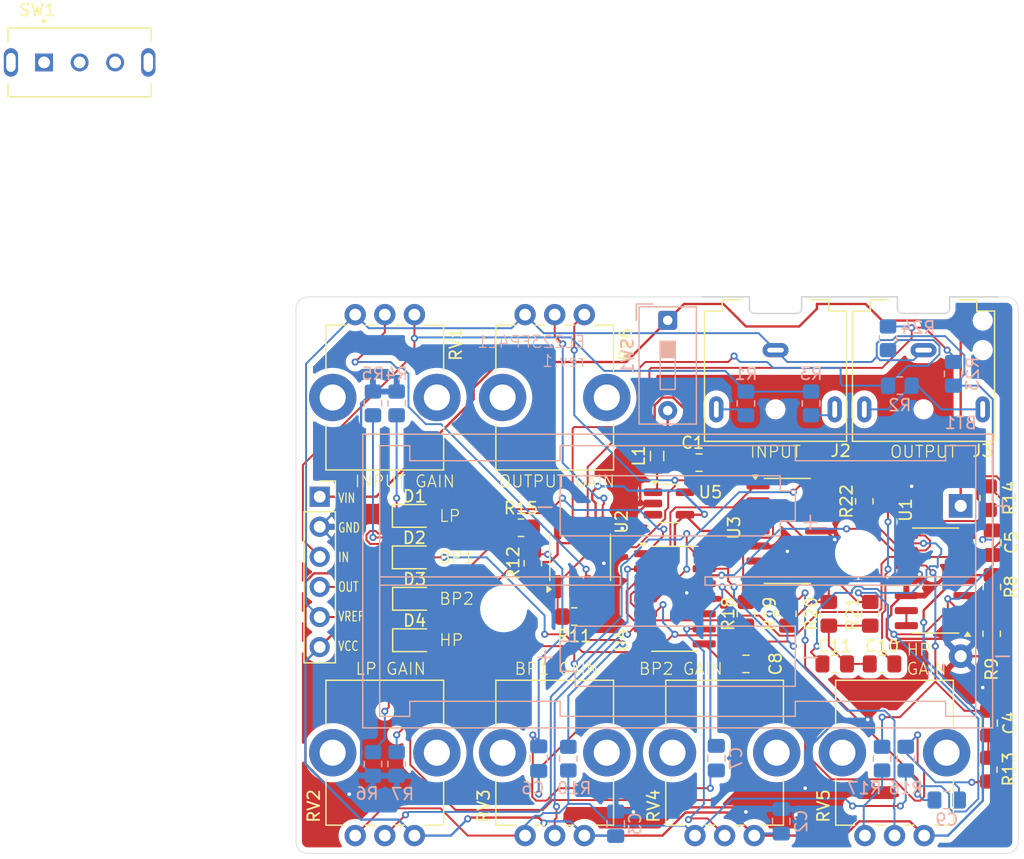
<source format=kicad_pcb>
(kicad_pcb
	(version 20241229)
	(generator "pcbnew")
	(generator_version "9.0")
	(general
		(thickness 1.6)
		(legacy_teardrops no)
	)
	(paper "A4")
	(layers
		(0 "F.Cu" signal)
		(2 "B.Cu" signal)
		(9 "F.Adhes" user "F.Adhesive")
		(11 "B.Adhes" user "B.Adhesive")
		(13 "F.Paste" user)
		(15 "B.Paste" user)
		(5 "F.SilkS" user "F.Silkscreen")
		(7 "B.SilkS" user "B.Silkscreen")
		(1 "F.Mask" user)
		(3 "B.Mask" user)
		(17 "Dwgs.User" user "User.Drawings")
		(19 "Cmts.User" user "User.Comments")
		(21 "Eco1.User" user "User.Eco1")
		(23 "Eco2.User" user "User.Eco2")
		(25 "Edge.Cuts" user)
		(27 "Margin" user)
		(31 "F.CrtYd" user "F.Courtyard")
		(29 "B.CrtYd" user "B.Courtyard")
		(35 "F.Fab" user)
		(33 "B.Fab" user)
		(39 "User.1" user)
		(41 "User.2" user)
		(43 "User.3" user)
		(45 "User.4" user)
	)
	(setup
		(stackup
			(layer "F.SilkS"
				(type "Top Silk Screen")
			)
			(layer "F.Paste"
				(type "Top Solder Paste")
			)
			(layer "F.Mask"
				(type "Top Solder Mask")
				(thickness 0.01)
			)
			(layer "F.Cu"
				(type "copper")
				(thickness 0.035)
			)
			(layer "dielectric 1"
				(type "core")
				(thickness 1.51)
				(material "FR4")
				(epsilon_r 4.5)
				(loss_tangent 0.02)
			)
			(layer "B.Cu"
				(type "copper")
				(thickness 0.035)
			)
			(layer "B.Mask"
				(type "Bottom Solder Mask")
				(thickness 0.01)
			)
			(layer "B.Paste"
				(type "Bottom Solder Paste")
			)
			(layer "B.SilkS"
				(type "Bottom Silk Screen")
			)
			(copper_finish "None")
			(dielectric_constraints no)
		)
		(pad_to_mask_clearance 0)
		(allow_soldermask_bridges_in_footprints no)
		(tenting front back)
		(aux_axis_origin 25 23.5)
		(pcbplotparams
			(layerselection 0x00000000_00000000_55555555_5755f5ff)
			(plot_on_all_layers_selection 0x00000000_00000000_00000000_00000000)
			(disableapertmacros no)
			(usegerberextensions no)
			(usegerberattributes yes)
			(usegerberadvancedattributes yes)
			(creategerberjobfile yes)
			(dashed_line_dash_ratio 12.000000)
			(dashed_line_gap_ratio 3.000000)
			(svgprecision 4)
			(plotframeref no)
			(mode 1)
			(useauxorigin no)
			(hpglpennumber 1)
			(hpglpenspeed 20)
			(hpglpendiameter 15.000000)
			(pdf_front_fp_property_popups yes)
			(pdf_back_fp_property_popups yes)
			(pdf_metadata yes)
			(pdf_single_document no)
			(dxfpolygonmode yes)
			(dxfimperialunits yes)
			(dxfusepcbnewfont yes)
			(psnegative no)
			(psa4output no)
			(plot_black_and_white yes)
			(sketchpadsonfab no)
			(plotpadnumbers no)
			(hidednponfab no)
			(sketchdnponfab yes)
			(crossoutdnponfab yes)
			(subtractmaskfromsilk no)
			(outputformat 1)
			(mirror no)
			(drillshape 0)
			(scaleselection 1)
			(outputdirectory "prod/")
		)
	)
	(net 0 "")
	(net 1 "GND")
	(net 2 "Net-(U1B-+)")
	(net 3 "VREF")
	(net 4 "Net-(U3A--)")
	(net 5 "Net-(U3C--)")
	(net 6 "/FILTERS/OBP1")
	(net 7 "/RAIL_GEN/VIN+")
	(net 8 "VCC")
	(net 9 "/FILTERS/IBP1")
	(net 10 "Net-(U1C-+)")
	(net 11 "/FILTERS/OBP2")
	(net 12 "Net-(C10-Pad1)")
	(net 13 "Net-(U3D--)")
	(net 14 "/LED_GAIN/OUTA")
	(net 15 "Net-(D1-K)")
	(net 16 "/LED_GAIN/OUTB")
	(net 17 "Net-(D2-K)")
	(net 18 "/LED_GAIN/OUTC")
	(net 19 "Net-(D3-K)")
	(net 20 "Net-(D4-K)")
	(net 21 "/LED_GAIN/OUTD")
	(net 22 "OUT")
	(net 23 "IN")
	(net 24 "Net-(J2-PadR)")
	(net 25 "Net-(J2-PadT)")
	(net 26 "Net-(J3-PadR)")
	(net 27 "Net-(U5-SW)")
	(net 28 "Net-(U1A-+)")
	(net 29 "/LED_GAIN/AREF")
	(net 30 "/LED_GAIN/BREF")
	(net 31 "/LED_GAIN/CREF")
	(net 32 "/LED_GAIN/DREF")
	(net 33 "Net-(U1D--)")
	(net 34 "/FILTERS/OHP")
	(net 35 "/FILTERS/OLP")
	(net 36 "Net-(U3B--)")
	(net 37 "unconnected-(U5-NC-Pad3)")
	(net 38 "unconnected-(U5-NC-Pad5)")
	(net 39 "Net-(C6-Pad1)")
	(net 40 "Net-(C8-Pad1)")
	(net 41 "Net-(C8-Pad2)")
	(net 42 "Net-(U2A--)")
	(net 43 "Net-(U2B--)")
	(net 44 "Net-(U2A-+)")
	(net 45 "Net-(U2B-+)")
	(net 46 "/VIN")
	(footprint "Connector_Audio:Jack_3.5mm_CUI_SJ1-3523N_Horizontal" (layer "F.Cu") (at 65.5 28 180))
	(footprint "LED_SMD:LED_0805_2012Metric_Pad1.15x1.40mm_HandSolder" (layer "F.Cu") (at 35.025 52.5))
	(footprint "Connector_PinSocket_2.54mm:PinSocket_1x06_P2.54mm_Vertical" (layer "F.Cu") (at 27 40.38))
	(footprint "LED_SMD:LED_0805_2012Metric_Pad1.15x1.40mm_HandSolder" (layer "F.Cu") (at 35 45.5))
	(footprint "Capacitor_SMD:C_0805_2012Metric_Pad1.18x1.45mm_HandSolder" (layer "F.Cu") (at 63 54.5 180))
	(footprint "Inductor_SMD:L_0805_2012Metric" (layer "F.Cu") (at 55.5 36.9375 90))
	(footprint "Package_SO:SOIC-14_3.9x8.7mm_P1.27mm" (layer "F.Cu") (at 57 49))
	(footprint "Package_TO_SOT_SMD:SOT-23-5_HandSoldering" (layer "F.Cu") (at 56.5 40.95))
	(footprint "Capacitor_SMD:C_0805_2012Metric_Pad1.18x1.45mm_HandSolder" (layer "F.Cu") (at 70.5 54.5 180))
	(footprint "LED_SMD:LED_0805_2012Metric_Pad1.15x1.40mm_HandSolder" (layer "F.Cu") (at 35 42))
	(footprint "Resistor_SMD:R_0805_2012Metric_Pad1.20x1.40mm_HandSolder" (layer "F.Cu") (at 48.5 50.5 180))
	(footprint "Connector_Audio:Jack_3.5mm_CUI_SJ1-3523N_Horizontal" (layer "F.Cu") (at 78 28 180))
	(footprint "Resistor_SMD:R_0805_2012Metric_Pad1.20x1.40mm_HandSolder" (layer "F.Cu") (at 83.5 40.5 90))
	(footprint "Capacitor_SMD:C_0805_2012Metric_Pad1.18x1.45mm_HandSolder" (layer "F.Cu") (at 83.5 59.5 90))
	(footprint "Resistor_SMD:R_0805_2012Metric_Pad1.20x1.40mm_HandSolder" (layer "F.Cu") (at 45 46 90))
	(footprint "Package_SO:SOIC-14_3.9x8.7mm_P1.27mm" (layer "F.Cu") (at 79.025 47.46 180))
	(footprint "Capacitor_SMD:C_0805_2012Metric_Pad1.18x1.45mm_HandSolder" (layer "F.Cu") (at 83.808728 44.265881 -90))
	(footprint "Custom:Potentiometer_Bourns_PTV09A-1_Single_Vertical" (layer "F.Cu") (at 44.35 25 -90))
	(footprint "Capacitor_SMD:C_0805_2012Metric_Pad1.18x1.45mm_HandSolder" (layer "F.Cu") (at 59.0375 37.5))
	(footprint "Resistor_SMD:R_0805_2012Metric_Pad1.20x1.40mm_HandSolder" (layer "F.Cu") (at 73 40.77 90))
	(footprint "Custom:Potentiometer_Bourns_PTV09A-1_Single_Vertical" (layer "F.Cu") (at 35 69 90))
	(footprint "Custom:Potentiometer_Bourns_PTV09A-1_Single_Vertical" (layer "F.Cu") (at 78.05 69 90))
	(footprint "Resistor_SMD:R_0805_2012Metric_Pad1.20x1.40mm_HandSolder" (layer "F.Cu") (at 70 50.27 -90))
	(footprint "Resistor_SMD:R_0805_2012Metric_Pad1.20x1.40mm_HandSolder" (layer "F.Cu") (at 66.5 50.27 -90))
	(footprint "Package_SO:SOIC-14_3.9x8.7mm_P1.27mm" (layer "F.Cu") (at 66.5 43.27))
	(footprint "Resistor_SMD:R_0805_2012Metric_Pad1.20x1.40mm_HandSolder" (layer "F.Cu") (at 83.756554 51.949585 -90))
	(footprint "Custom:SW_SLW-121586-5A-D" (layer "F.Cu") (at 6.725 3.7))
	(footprint "Custom:Potentiometer_Bourns_PTV09A-1_Single_Vertical" (layer "F.Cu") (at 63.7 69 90))
	(footprint "Resistor_SMD:R_0805_2012Metric_Pad1.20x1.40mm_HandSolder" (layer "F.Cu") (at 44 43))
	(footprint "Capacitor_SMD:C_0805_2012Metric_Pad1.18x1.45mm_HandSolder" (layer "F.Cu") (at 74.5 54.5))
	(footprint "Resistor_SMD:R_0805_2012Metric_Pad1.20x1.40mm_HandSolder" (layer "F.Cu") (at 63 50.27 -90))
	(footprint "Custom:Potentiometer_Bourns_PTV09A-1_Single_Vertical" (layer "F.Cu") (at 30 25 -90))
	(footprint "LED_SMD:LED_0805_2012Metric_Pad1.15x1.40mm_HandSolder" (layer "F.Cu") (at 35.025 49))
	(footprint "Custom:Potentiometer_Bourns_PTV09A-1_Single_Vertical" (layer "F.Cu") (at 49.35 69 90))
	(footprint "Resistor_SMD:R_0805_2012Metric_Pad1.20x1.40mm_HandSolder"
		(layer "F.Cu")
		(uuid "e9cf94f5-da73-4d5f-8d18-5865e4f5191d")
		(at 73.5 50.27 -90)
		(descr "Resistor SMD 0805 (2012 Metric), square (rectangular) end terminal, IPC_7351 nominal with elongated pad for handsoldering. (Body size source: IPC-SM-782 page 72, https://www.pcb-3d.com/wordpress/wp-content/uploads/ipc-sm-782a_amendment_1_and_2.pdf), generated with kicad-footprint-generator")
		(tags "resistor handsolder")
		(property "Reference" "R21"
			(at 0 1.5 90)
			(layer "F.SilkS")
			(uuid "27586b6e-39eb-445c-9bd3-9428908e0fa8")
			(effects
				(font
					(size 1 1)
					(thickness 0.15)
				)
			)
		)
		(property "Value" "20k"
			(at 0 1.65 90)
			(layer "F.Fab")
			(uuid "a154e107-bbac-47a0-9794-87b26f4f6422")
			(effects
				(font
					(size 1 1)
					(thickness 0.15)
				)
			)
		)
		(property "Datasheet" ""
			(at 0 0 270)
			(unlocked yes)
			(layer "F.Fab")
			(hide yes)
			(uuid "6b5bae25-1d57-4f25-ac77-5cd6c3d1e426")
			(effects
				(font
					(size 1.27 1.27)
					(thickness 0.15)
				)
			)
		)
		(property "Description" "Resistor, US symbol"
			(at 0 0 270)
			(unlocked yes)
			(layer "F.Fab")
			(hide yes)
			(uuid "adeb77e3-f869-4a10-8a42-8595f9cad2af")
			(effects
				(font
					(size 1.27 1.27)
					(thickness 0.15)
				)
			)
		)
		(property ki_fp_filters "R_*")
		(path "/471db3e4-e213-4827-95bb-9215dfa99989/0a89631c-3ab5-4994-a39f-18522b8
... [426871 chars truncated]
</source>
